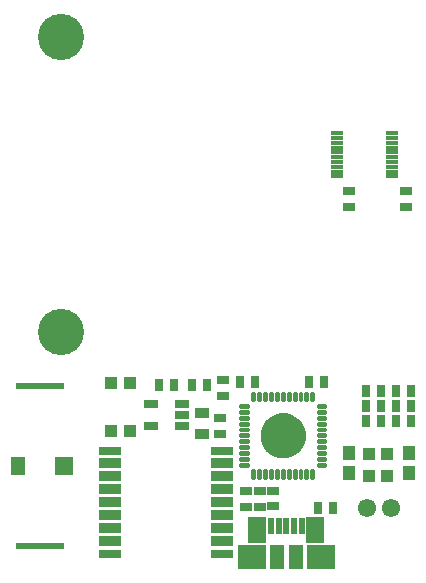
<source format=gts>
G75*
G70*
%OFA0B0*%
%FSLAX24Y24*%
%IPPOS*%
%LPD*%
%AMOC8*
5,1,8,0,0,1.08239X$1,22.5*
%
%ADD10R,0.0749X0.0355*%
%ADD11R,0.0749X0.0316*%
%ADD12R,0.0394X0.0316*%
%ADD13R,0.0512X0.0355*%
%ADD14R,0.1615X0.0237*%
%ADD15R,0.0512X0.0591*%
%ADD16R,0.0631X0.0591*%
%ADD17C,0.1000*%
%ADD18C,0.0119*%
%ADD19C,0.1540*%
%ADD20R,0.0410X0.0130*%
%ADD21R,0.0217X0.0583*%
%ADD22R,0.0621X0.0867*%
%ADD23R,0.0975X0.0788*%
%ADD24R,0.0503X0.0788*%
%ADD25C,0.0610*%
%ADD26R,0.0434X0.0394*%
%ADD27R,0.0316X0.0394*%
%ADD28R,0.0394X0.0434*%
%ADD29R,0.0434X0.0473*%
%ADD30R,0.0512X0.0257*%
D10*
X003649Y002847D03*
X003649Y003280D03*
X003649Y003713D03*
X003649Y004146D03*
X003649Y004579D03*
X003649Y005012D03*
X003649Y005445D03*
X007389Y005445D03*
X007389Y005012D03*
X007389Y004579D03*
X007389Y004146D03*
X007389Y003713D03*
X007389Y003280D03*
X007389Y002847D03*
D11*
X007389Y002433D03*
X007389Y005858D03*
X003649Y005858D03*
X003649Y002433D03*
D12*
X007340Y006440D03*
X007340Y006951D03*
X007440Y007710D03*
X007440Y008221D03*
X008210Y004521D03*
X008210Y004010D03*
X008660Y004010D03*
X008660Y004521D03*
X009110Y004531D03*
X009110Y004020D03*
X011640Y014010D03*
X011640Y014521D03*
X013540Y014521D03*
X013540Y014010D03*
D13*
X006740Y007120D03*
X006740Y006411D03*
D14*
X001340Y002708D03*
X001340Y008023D03*
D15*
X000592Y005365D03*
D16*
X002147Y005365D03*
D17*
X009190Y006365D02*
X009192Y006396D01*
X009198Y006427D01*
X009208Y006457D01*
X009221Y006485D01*
X009238Y006512D01*
X009258Y006536D01*
X009281Y006558D01*
X009306Y006576D01*
X009334Y006591D01*
X009363Y006603D01*
X009393Y006611D01*
X009424Y006615D01*
X009456Y006615D01*
X009487Y006611D01*
X009517Y006603D01*
X009546Y006591D01*
X009574Y006576D01*
X009599Y006558D01*
X009622Y006536D01*
X009642Y006512D01*
X009659Y006485D01*
X009672Y006457D01*
X009682Y006427D01*
X009688Y006396D01*
X009690Y006365D01*
X009688Y006334D01*
X009682Y006303D01*
X009672Y006273D01*
X009659Y006245D01*
X009642Y006218D01*
X009622Y006194D01*
X009599Y006172D01*
X009574Y006154D01*
X009546Y006139D01*
X009517Y006127D01*
X009487Y006119D01*
X009456Y006115D01*
X009424Y006115D01*
X009393Y006119D01*
X009363Y006127D01*
X009334Y006139D01*
X009306Y006154D01*
X009281Y006172D01*
X009258Y006194D01*
X009238Y006218D01*
X009221Y006245D01*
X009208Y006273D01*
X009198Y006303D01*
X009192Y006334D01*
X009190Y006365D01*
D18*
X009258Y005184D02*
X009258Y004968D01*
X009228Y004968D01*
X009228Y005184D01*
X009258Y005184D01*
X009258Y005086D02*
X009228Y005086D01*
X009061Y005184D02*
X009061Y004968D01*
X009031Y004968D01*
X009031Y005184D01*
X009061Y005184D01*
X009061Y005086D02*
X009031Y005086D01*
X008864Y005184D02*
X008864Y004968D01*
X008834Y004968D01*
X008834Y005184D01*
X008864Y005184D01*
X008864Y005086D02*
X008834Y005086D01*
X008668Y005184D02*
X008668Y004968D01*
X008638Y004968D01*
X008638Y005184D01*
X008668Y005184D01*
X008668Y005086D02*
X008638Y005086D01*
X008471Y005184D02*
X008471Y004968D01*
X008441Y004968D01*
X008441Y005184D01*
X008471Y005184D01*
X008471Y005086D02*
X008441Y005086D01*
X008259Y005366D02*
X008043Y005366D01*
X008043Y005396D01*
X008259Y005396D01*
X008259Y005366D01*
X008259Y005563D02*
X008043Y005563D01*
X008043Y005593D01*
X008259Y005593D01*
X008259Y005563D01*
X008259Y005760D02*
X008043Y005760D01*
X008043Y005790D01*
X008259Y005790D01*
X008259Y005760D01*
X008259Y005957D02*
X008043Y005957D01*
X008043Y005987D01*
X008259Y005987D01*
X008259Y005957D01*
X008259Y006154D02*
X008043Y006154D01*
X008043Y006184D01*
X008259Y006184D01*
X008259Y006154D01*
X008259Y006350D02*
X008043Y006350D01*
X008043Y006380D01*
X008259Y006380D01*
X008259Y006350D01*
X008259Y006547D02*
X008043Y006547D01*
X008043Y006577D01*
X008259Y006577D01*
X008259Y006547D01*
X008259Y006744D02*
X008043Y006744D01*
X008043Y006774D01*
X008259Y006774D01*
X008259Y006744D01*
X008259Y006941D02*
X008043Y006941D01*
X008043Y006971D01*
X008259Y006971D01*
X008259Y006941D01*
X008259Y007138D02*
X008043Y007138D01*
X008043Y007168D01*
X008259Y007168D01*
X008259Y007138D01*
X008259Y007335D02*
X008043Y007335D01*
X008043Y007365D01*
X008259Y007365D01*
X008259Y007335D01*
X008441Y007547D02*
X008441Y007763D01*
X008471Y007763D01*
X008471Y007547D01*
X008441Y007547D01*
X008441Y007665D02*
X008471Y007665D01*
X008638Y007763D02*
X008638Y007547D01*
X008638Y007763D02*
X008668Y007763D01*
X008668Y007547D01*
X008638Y007547D01*
X008638Y007665D02*
X008668Y007665D01*
X008834Y007763D02*
X008834Y007547D01*
X008834Y007763D02*
X008864Y007763D01*
X008864Y007547D01*
X008834Y007547D01*
X008834Y007665D02*
X008864Y007665D01*
X009031Y007763D02*
X009031Y007547D01*
X009031Y007763D02*
X009061Y007763D01*
X009061Y007547D01*
X009031Y007547D01*
X009031Y007665D02*
X009061Y007665D01*
X009228Y007763D02*
X009228Y007547D01*
X009228Y007763D02*
X009258Y007763D01*
X009258Y007547D01*
X009228Y007547D01*
X009228Y007665D02*
X009258Y007665D01*
X009425Y007763D02*
X009425Y007547D01*
X009425Y007763D02*
X009455Y007763D01*
X009455Y007547D01*
X009425Y007547D01*
X009425Y007665D02*
X009455Y007665D01*
X009622Y007763D02*
X009622Y007547D01*
X009622Y007763D02*
X009652Y007763D01*
X009652Y007547D01*
X009622Y007547D01*
X009622Y007665D02*
X009652Y007665D01*
X009819Y007763D02*
X009819Y007547D01*
X009819Y007763D02*
X009849Y007763D01*
X009849Y007547D01*
X009819Y007547D01*
X009819Y007665D02*
X009849Y007665D01*
X010016Y007763D02*
X010016Y007547D01*
X010016Y007763D02*
X010046Y007763D01*
X010046Y007547D01*
X010016Y007547D01*
X010016Y007665D02*
X010046Y007665D01*
X010212Y007763D02*
X010212Y007547D01*
X010212Y007763D02*
X010242Y007763D01*
X010242Y007547D01*
X010212Y007547D01*
X010212Y007665D02*
X010242Y007665D01*
X010409Y007763D02*
X010409Y007547D01*
X010409Y007763D02*
X010439Y007763D01*
X010439Y007547D01*
X010409Y007547D01*
X010409Y007665D02*
X010439Y007665D01*
X010621Y007365D02*
X010837Y007365D01*
X010837Y007335D01*
X010621Y007335D01*
X010621Y007365D01*
X010621Y007168D02*
X010837Y007168D01*
X010837Y007138D01*
X010621Y007138D01*
X010621Y007168D01*
X010621Y006971D02*
X010837Y006971D01*
X010837Y006941D01*
X010621Y006941D01*
X010621Y006971D01*
X010621Y006774D02*
X010837Y006774D01*
X010837Y006744D01*
X010621Y006744D01*
X010621Y006774D01*
X010621Y006577D02*
X010837Y006577D01*
X010837Y006547D01*
X010621Y006547D01*
X010621Y006577D01*
X010621Y006380D02*
X010837Y006380D01*
X010837Y006350D01*
X010621Y006350D01*
X010621Y006380D01*
X010621Y006184D02*
X010837Y006184D01*
X010837Y006154D01*
X010621Y006154D01*
X010621Y006184D01*
X010621Y005987D02*
X010837Y005987D01*
X010837Y005957D01*
X010621Y005957D01*
X010621Y005987D01*
X010621Y005790D02*
X010837Y005790D01*
X010837Y005760D01*
X010621Y005760D01*
X010621Y005790D01*
X010621Y005593D02*
X010837Y005593D01*
X010837Y005563D01*
X010621Y005563D01*
X010621Y005593D01*
X010621Y005396D02*
X010837Y005396D01*
X010837Y005366D01*
X010621Y005366D01*
X010621Y005396D01*
X010439Y005184D02*
X010439Y004968D01*
X010409Y004968D01*
X010409Y005184D01*
X010439Y005184D01*
X010439Y005086D02*
X010409Y005086D01*
X010242Y005184D02*
X010242Y004968D01*
X010212Y004968D01*
X010212Y005184D01*
X010242Y005184D01*
X010242Y005086D02*
X010212Y005086D01*
X010046Y005184D02*
X010046Y004968D01*
X010016Y004968D01*
X010016Y005184D01*
X010046Y005184D01*
X010046Y005086D02*
X010016Y005086D01*
X009849Y005184D02*
X009849Y004968D01*
X009819Y004968D01*
X009819Y005184D01*
X009849Y005184D01*
X009849Y005086D02*
X009819Y005086D01*
X009652Y005184D02*
X009652Y004968D01*
X009622Y004968D01*
X009622Y005184D01*
X009652Y005184D01*
X009652Y005086D02*
X009622Y005086D01*
X009455Y005184D02*
X009455Y004968D01*
X009425Y004968D01*
X009425Y005184D01*
X009455Y005184D01*
X009455Y005086D02*
X009425Y005086D01*
D19*
X002047Y009825D03*
X002047Y019668D03*
D20*
X011236Y016455D03*
X011236Y016295D03*
X011236Y016135D03*
X011236Y015975D03*
X011236Y015815D03*
X011236Y015655D03*
X011236Y015495D03*
X011236Y015335D03*
X011236Y015175D03*
X011236Y015015D03*
X013066Y015015D03*
X013066Y015175D03*
X013066Y015335D03*
X013066Y015495D03*
X013066Y015655D03*
X013066Y015815D03*
X013066Y015975D03*
X013066Y016135D03*
X013066Y016295D03*
X013066Y016455D03*
D21*
X010052Y003365D03*
X009796Y003365D03*
X009540Y003365D03*
X009284Y003365D03*
X009028Y003365D03*
D22*
X008571Y003224D03*
X010509Y003224D03*
D23*
X010687Y002318D03*
X008393Y002318D03*
D24*
X009217Y002318D03*
X009875Y002318D03*
D25*
X012246Y003965D03*
X013034Y003965D03*
D26*
X004334Y006526D03*
X003704Y006526D03*
X003704Y008140D03*
X004334Y008140D03*
D27*
X005284Y008065D03*
X005796Y008065D03*
X006384Y008065D03*
X006896Y008065D03*
X007984Y008165D03*
X008496Y008165D03*
X010284Y008165D03*
X010796Y008165D03*
X012184Y007865D03*
X012184Y007365D03*
X012184Y006865D03*
X012696Y006865D03*
X013184Y006865D03*
X013184Y007365D03*
X013184Y007865D03*
X012696Y007865D03*
X012696Y007365D03*
X013696Y007365D03*
X013696Y007865D03*
X013696Y006865D03*
X011096Y003965D03*
X010584Y003965D03*
D28*
X012287Y005037D03*
X012287Y005765D03*
X012897Y005765D03*
X012897Y005037D03*
D29*
X013640Y005131D03*
X013640Y005800D03*
X011640Y005800D03*
X011640Y005131D03*
D30*
X006052Y006691D03*
X006052Y007065D03*
X006052Y007439D03*
X005028Y007439D03*
X005028Y006691D03*
M02*

</source>
